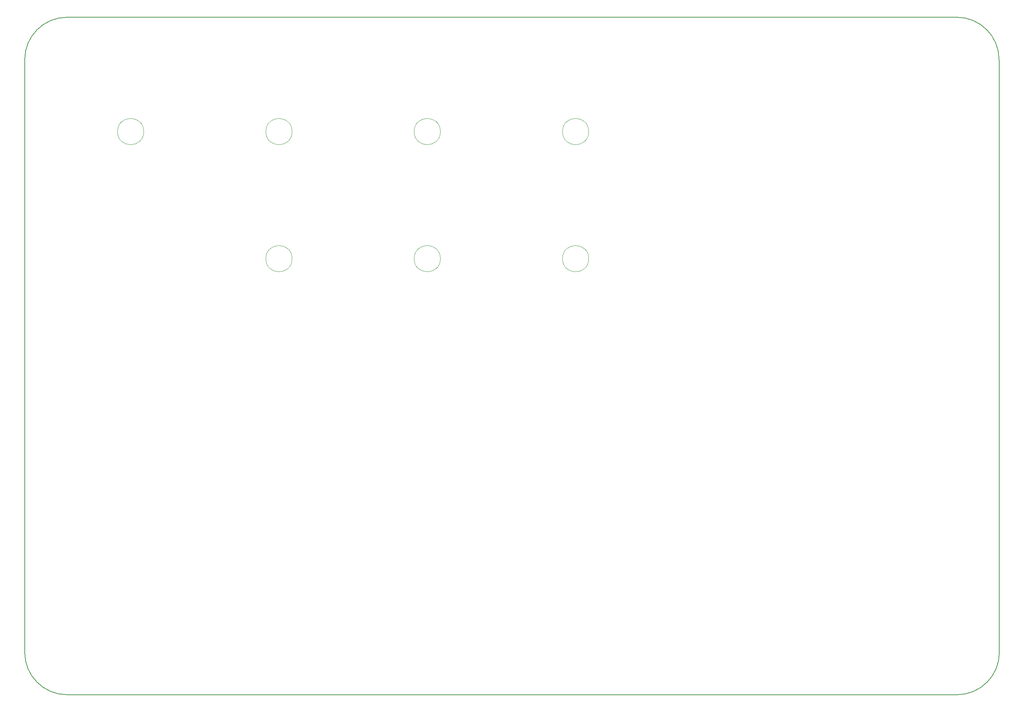
<source format=gbr>
%TF.GenerationSoftware,KiCad,Pcbnew,(6.0.7-1)-1*%
%TF.CreationDate,2022-09-09T17:50:43+02:00*%
%TF.ProjectId,LivSynth_Hardware,4c697653-796e-4746-985f-486172647761,0v01*%
%TF.SameCoordinates,Original*%
%TF.FileFunction,Profile,NP*%
%FSLAX46Y46*%
G04 Gerber Fmt 4.6, Leading zero omitted, Abs format (unit mm)*
G04 Created by KiCad (PCBNEW (6.0.7-1)-1) date 2022-09-09 17:50:43*
%MOMM*%
%LPD*%
G01*
G04 APERTURE LIST*
%TA.AperFunction,Profile*%
%ADD10C,0.150000*%
%TD*%
%TA.AperFunction,Profile*%
%ADD11C,0.100000*%
%TD*%
G04 APERTURE END LIST*
D10*
X309928932Y-78000000D02*
X310000000Y-217928932D01*
X79999968Y-217928932D02*
G75*
G03*
X90000000Y-227928932I10000032J32D01*
G01*
X90000000Y-68015000D02*
X299928932Y-68000000D01*
X300000000Y-227928900D02*
G75*
G03*
X310000000Y-217928932I0J10000000D01*
G01*
X80000000Y-217928932D02*
X80000000Y-78015000D01*
X90000000Y-227928932D02*
X300000000Y-227928932D01*
X90000000Y-68015000D02*
G75*
G03*
X80000000Y-78015000I0J-10000000D01*
G01*
X309928900Y-78000000D02*
G75*
G03*
X299928932Y-68000000I-10000000J0D01*
G01*
D11*
%TO.C,RV5*%
X213100000Y-95000000D02*
G75*
G03*
X213100000Y-95000000I-3100000J0D01*
G01*
%TO.C,RV3*%
X178100000Y-95000000D02*
G75*
G03*
X178100000Y-95000000I-3100000J0D01*
G01*
%TO.C,RV16*%
X143100000Y-125000000D02*
G75*
G03*
X143100000Y-125000000I-3100000J0D01*
G01*
%TO.C,RV2*%
X178100000Y-125000000D02*
G75*
G03*
X178100000Y-125000000I-3100000J0D01*
G01*
%TO.C,RV20*%
X108100000Y-95000000D02*
G75*
G03*
X108100000Y-95000000I-3100000J0D01*
G01*
%TO.C,RV15*%
X143100000Y-95000000D02*
G75*
G03*
X143100000Y-95000000I-3100000J0D01*
G01*
%TO.C,RV4*%
X213100000Y-125000000D02*
G75*
G03*
X213100000Y-125000000I-3100000J0D01*
G01*
%TD*%
M02*

</source>
